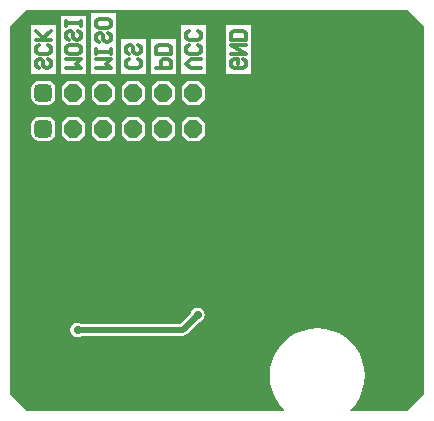
<source format=gbl>
G04*
G04 #@! TF.GenerationSoftware,Altium Limited,Altium Designer,22.3.1 (43)*
G04*
G04 Layer_Physical_Order=2*
G04 Layer_Color=16711680*
%FSLAX25Y25*%
%MOIN*%
G70*
G04*
G04 #@! TF.SameCoordinates,86CE2B45-03AC-4702-9D3B-54DB2B16A980*
G04*
G04*
G04 #@! TF.FilePolarity,Positive*
G04*
G01*
G75*
%ADD10C,0.01181*%
%ADD42C,0.01968*%
%ADD45P,0.06392X8X22.5*%
G04:AMPARAMS|DCode=46|XSize=59.06mil|YSize=59.06mil|CornerRadius=14.76mil|HoleSize=0mil|Usage=FLASHONLY|Rotation=0.000|XOffset=0mil|YOffset=0mil|HoleType=Round|Shape=RoundedRectangle|*
%AMROUNDEDRECTD46*
21,1,0.05906,0.02953,0,0,0.0*
21,1,0.02953,0.05906,0,0,0.0*
1,1,0.02953,0.01476,-0.01476*
1,1,0.02953,-0.01476,-0.01476*
1,1,0.02953,-0.01476,0.01476*
1,1,0.02953,0.01476,0.01476*
%
%ADD46ROUNDEDRECTD46*%
%ADD47C,0.02756*%
G36*
X141698Y132213D02*
Y9519D01*
X136151Y3971D01*
X117505D01*
X117332Y4440D01*
X117480Y4567D01*
X119092Y6454D01*
X120388Y8569D01*
X121338Y10862D01*
X121917Y13274D01*
X122112Y15748D01*
X121917Y18222D01*
X121338Y20634D01*
X120388Y22927D01*
X119092Y25042D01*
X117480Y26929D01*
X115594Y28541D01*
X113478Y29837D01*
X111186Y30787D01*
X108773Y31366D01*
X106299Y31561D01*
X103826Y31366D01*
X101413Y30787D01*
X99120Y29837D01*
X97005Y28541D01*
X95118Y26929D01*
X93507Y25042D01*
X92210Y22927D01*
X91261Y20634D01*
X90681Y18222D01*
X90487Y15748D01*
X90681Y13274D01*
X91261Y10862D01*
X92210Y8569D01*
X93507Y6454D01*
X95118Y4567D01*
X95267Y4440D01*
X95094Y3971D01*
X9519D01*
X3971Y9519D01*
X3971Y132213D01*
X9519Y137761D01*
X136151D01*
X141698Y132213D01*
D02*
G37*
%LPC*%
G36*
X84143Y132556D02*
X75858D01*
Y116400D01*
X84143D01*
Y132556D01*
D02*
G37*
G36*
X69143D02*
X60857D01*
Y116400D01*
X69143D01*
Y132556D01*
D02*
G37*
G36*
X59143Y127834D02*
X50858D01*
Y116400D01*
X59143D01*
Y127834D01*
D02*
G37*
G36*
X49143D02*
X40857D01*
Y116400D01*
X49143D01*
Y127834D01*
D02*
G37*
G36*
X39143Y136492D02*
X30858D01*
Y116400D01*
X39143D01*
Y136492D01*
D02*
G37*
G36*
X29142Y135705D02*
X20857D01*
Y116400D01*
X29142D01*
Y135705D01*
D02*
G37*
G36*
X19142Y132556D02*
X10858D01*
Y116400D01*
X19142D01*
Y132556D01*
D02*
G37*
G36*
X66976Y113953D02*
X63024D01*
X61047Y111976D01*
Y108024D01*
X63024Y106047D01*
X66976D01*
X68953Y108024D01*
Y111976D01*
X66976Y113953D01*
D02*
G37*
G36*
X56976D02*
X53024D01*
X51047Y111976D01*
Y108024D01*
X53024Y106047D01*
X56976D01*
X58953Y108024D01*
Y111976D01*
X56976Y113953D01*
D02*
G37*
G36*
X46976D02*
X43024D01*
X41047Y111976D01*
Y108024D01*
X43024Y106047D01*
X46976D01*
X48953Y108024D01*
Y111976D01*
X46976Y113953D01*
D02*
G37*
G36*
X36976D02*
X33024D01*
X31047Y111976D01*
Y108024D01*
X33024Y106047D01*
X36976D01*
X38953Y108024D01*
Y111976D01*
X36976Y113953D01*
D02*
G37*
G36*
X26976D02*
X23024D01*
X21047Y111976D01*
Y108024D01*
X23024Y106047D01*
X26976D01*
X28953Y108024D01*
Y111976D01*
X26976Y113953D01*
D02*
G37*
G36*
X16476Y114001D02*
X13524D01*
X12557Y113809D01*
X11738Y113262D01*
X11191Y112443D01*
X10999Y111476D01*
Y108524D01*
X11191Y107557D01*
X11738Y106738D01*
X12557Y106191D01*
X13524Y105999D01*
X16476D01*
X17443Y106191D01*
X18262Y106738D01*
X18809Y107557D01*
X19001Y108524D01*
Y111476D01*
X18809Y112443D01*
X18262Y113262D01*
X17443Y113809D01*
X16476Y114001D01*
D02*
G37*
G36*
X66976Y101953D02*
X63024D01*
X61047Y99976D01*
Y96024D01*
X63024Y94047D01*
X66976D01*
X68953Y96024D01*
Y99976D01*
X66976Y101953D01*
D02*
G37*
G36*
X56976D02*
X53024D01*
X51047Y99976D01*
Y96024D01*
X53024Y94047D01*
X56976D01*
X58953Y96024D01*
Y99976D01*
X56976Y101953D01*
D02*
G37*
G36*
X46976D02*
X43024D01*
X41047Y99976D01*
Y96024D01*
X43024Y94047D01*
X46976D01*
X48953Y96024D01*
Y99976D01*
X46976Y101953D01*
D02*
G37*
G36*
X36976D02*
X33024D01*
X31047Y99976D01*
Y96024D01*
X33024Y94047D01*
X36976D01*
X38953Y96024D01*
Y99976D01*
X36976Y101953D01*
D02*
G37*
G36*
X26976D02*
X23024D01*
X21047Y99976D01*
Y96024D01*
X23024Y94047D01*
X26976D01*
X28953Y96024D01*
Y99976D01*
X26976Y101953D01*
D02*
G37*
G36*
X16476Y102001D02*
X13524D01*
X12557Y101809D01*
X11738Y101262D01*
X11191Y100443D01*
X10999Y99476D01*
Y96524D01*
X11191Y95557D01*
X11738Y94738D01*
X12557Y94191D01*
X13524Y93999D01*
X16476D01*
X17443Y94191D01*
X18262Y94738D01*
X18809Y95557D01*
X19001Y96524D01*
Y99476D01*
X18809Y100443D01*
X18262Y101262D01*
X17443Y101809D01*
X16476Y102001D01*
D02*
G37*
G36*
X66378Y38425D02*
X65450Y38240D01*
X64663Y37714D01*
X64138Y36928D01*
X64062Y36545D01*
X60540Y33023D01*
X27630D01*
X27306Y33240D01*
X26378Y33424D01*
X25450Y33240D01*
X24664Y32714D01*
X24138Y31928D01*
X23953Y31000D01*
X24138Y30072D01*
X24664Y29286D01*
X25450Y28760D01*
X26378Y28576D01*
X27306Y28760D01*
X27630Y28977D01*
X61378D01*
X62152Y29131D01*
X62809Y29569D01*
X66923Y33684D01*
X67306Y33760D01*
X68092Y34286D01*
X68618Y35072D01*
X68802Y36000D01*
X68618Y36928D01*
X68092Y37714D01*
X67306Y38240D01*
X66378Y38425D01*
D02*
G37*
%LPD*%
D10*
X16574Y121330D02*
X17361Y120543D01*
Y118968D01*
X16574Y118181D01*
X15787D01*
X15000Y118968D01*
Y120543D01*
X14213Y121330D01*
X13426D01*
X12639Y120543D01*
Y118968D01*
X13426Y118181D01*
X16574Y126053D02*
X17361Y125265D01*
Y123691D01*
X16574Y122904D01*
X13426D01*
X12639Y123691D01*
Y125265D01*
X13426Y126053D01*
X17361Y127627D02*
X12639D01*
X14213D01*
X17361Y130775D01*
X15000Y128414D01*
X12639Y130775D01*
X22639Y118181D02*
X27361D01*
X25787Y119755D01*
X27361Y121330D01*
X22639D01*
X27361Y125265D02*
Y123691D01*
X26574Y122904D01*
X23426D01*
X22639Y123691D01*
Y125265D01*
X23426Y126053D01*
X26574D01*
X27361Y125265D01*
X26574Y130775D02*
X27361Y129988D01*
Y128414D01*
X26574Y127627D01*
X25787D01*
X25000Y128414D01*
Y129988D01*
X24213Y130775D01*
X23426D01*
X22639Y129988D01*
Y128414D01*
X23426Y127627D01*
X27361Y132350D02*
Y133924D01*
Y133137D01*
X22639D01*
Y132350D01*
Y133924D01*
X32639Y118181D02*
X37361D01*
X35787Y119755D01*
X37361Y121330D01*
X32639D01*
X37361Y122904D02*
Y124478D01*
Y123691D01*
X32639D01*
Y122904D01*
Y124478D01*
X36574Y129988D02*
X37361Y129201D01*
Y127627D01*
X36574Y126840D01*
X35787D01*
X35000Y127627D01*
Y129201D01*
X34213Y129988D01*
X33426D01*
X32639Y129201D01*
Y127627D01*
X33426Y126840D01*
X37361Y133924D02*
Y132350D01*
X36574Y131563D01*
X33426D01*
X32639Y132350D01*
Y133924D01*
X33426Y134711D01*
X36574D01*
X37361Y133924D01*
X46574Y121330D02*
X47361Y120543D01*
Y118968D01*
X46574Y118181D01*
X43426D01*
X42639Y118968D01*
Y120543D01*
X43426Y121330D01*
X46574Y126053D02*
X47361Y125265D01*
Y123691D01*
X46574Y122904D01*
X45787D01*
X45000Y123691D01*
Y125265D01*
X44213Y126053D01*
X43426D01*
X42639Y125265D01*
Y123691D01*
X43426Y122904D01*
X52639Y118181D02*
X57361D01*
Y120543D01*
X56574Y121330D01*
X55000D01*
X54213Y120543D01*
Y118181D01*
X57361Y122904D02*
X52639D01*
Y125265D01*
X53426Y126053D01*
X56574D01*
X57361Y125265D01*
Y122904D01*
X67361Y118181D02*
X64213D01*
X62639Y119755D01*
X64213Y121330D01*
X67361D01*
X66574Y126053D02*
X67361Y125265D01*
Y123691D01*
X66574Y122904D01*
X63426D01*
X62639Y123691D01*
Y125265D01*
X63426Y126053D01*
X66574Y130775D02*
X67361Y129988D01*
Y128414D01*
X66574Y127627D01*
X63426D01*
X62639Y128414D01*
Y129988D01*
X63426Y130775D01*
X81574Y121330D02*
X82361Y120543D01*
Y118968D01*
X81574Y118181D01*
X78426D01*
X77639Y118968D01*
Y120543D01*
X78426Y121330D01*
X80000D01*
Y119755D01*
X77639Y122904D02*
X82361D01*
X77639Y126053D01*
X82361D01*
Y127627D02*
X77639D01*
Y129988D01*
X78426Y130775D01*
X81574D01*
X82361Y129988D01*
Y127627D01*
D42*
X26378Y31000D02*
X61378D01*
X66378Y36000D01*
D45*
X65000Y110000D02*
D03*
X25000D02*
D03*
X35000D02*
D03*
X45000D02*
D03*
X55000D02*
D03*
X75000D02*
D03*
X85000D02*
D03*
X75000Y98000D02*
D03*
X55000D02*
D03*
X45000D02*
D03*
X35000D02*
D03*
X25000D02*
D03*
X65000D02*
D03*
D46*
X15000Y110000D02*
D03*
Y98000D02*
D03*
D47*
X94000Y79000D02*
D03*
X31378Y70000D02*
D03*
X26378Y31000D02*
D03*
X70378Y70000D02*
D03*
X19378Y72000D02*
D03*
X101378Y93000D02*
D03*
X125000Y110000D02*
D03*
X114378Y93000D02*
D03*
X66378Y36000D02*
D03*
X83378Y34000D02*
D03*
X31378Y57000D02*
D03*
X59378Y72000D02*
D03*
X40378Y84000D02*
D03*
X11378Y31000D02*
D03*
X22378Y45000D02*
D03*
X16378Y84000D02*
D03*
X24378D02*
D03*
X136378Y37000D02*
D03*
X47000Y54000D02*
D03*
X131378Y56000D02*
D03*
X46378Y45000D02*
D03*
X33878Y20000D02*
D03*
X66378D02*
D03*
M02*

</source>
